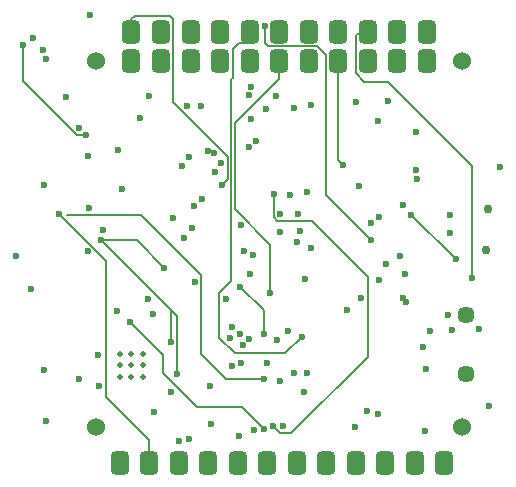
<source format=gbr>
%TF.GenerationSoftware,Altium Limited,Altium Designer,23.4.1 (23)*%
G04 Layer_Physical_Order=5*
G04 Layer_Color=6736896*
%FSLAX45Y45*%
%MOMM*%
%TF.SameCoordinates,2ABB9494-C5B4-4C01-9411-B7C80C6C87EF*%
%TF.FilePolarity,Positive*%
%TF.FileFunction,Copper,L5,Inr,Signal*%
%TF.Part,Single*%
G01*
G75*
%TA.AperFunction,Conductor*%
%ADD46C,0.15000*%
%TA.AperFunction,ViaPad*%
G04:AMPARAMS|DCode=47|XSize=1.524mm|YSize=2mm|CornerRadius=0.381mm|HoleSize=0mm|Usage=FLASHONLY|Rotation=0.000|XOffset=0mm|YOffset=0mm|HoleType=Round|Shape=RoundedRectangle|*
%AMROUNDEDRECTD47*
21,1,1.52400,1.23800,0,0,0.0*
21,1,0.76200,2.00000,0,0,0.0*
1,1,0.76200,0.38100,-0.61900*
1,1,0.76200,-0.38100,-0.61900*
1,1,0.76200,-0.38100,0.61900*
1,1,0.76200,0.38100,0.61900*
%
%ADD47ROUNDEDRECTD47*%
%TA.AperFunction,ComponentPad*%
%ADD48C,1.45000*%
%ADD49C,0.75000*%
%TA.AperFunction,ViaPad*%
%ADD50C,1.52400*%
%ADD51C,0.60000*%
%ADD52C,0.50000*%
D46*
X1086740Y1441304D02*
X1137540Y1390504D01*
X1658240Y3700400D02*
X1750000D01*
X2661540Y3776600D02*
X2749998D01*
X200001Y2249999D02*
X828605D01*
X1342442Y1736162D01*
Y1069798D02*
Y1736162D01*
Y1069798D02*
X1551560Y860680D01*
X1869060D01*
X1952880Y2227200D02*
Y2427860D01*
Y2227200D02*
X1980820Y2199260D01*
X2278000D01*
X2750440Y1726820D01*
Y1046100D02*
Y1726820D01*
X2102740Y398400D02*
X2750440Y1046100D01*
X2006220Y398400D02*
X2102740D01*
X1945260Y459360D02*
X2006220Y398400D01*
X2749998Y3776600D02*
Y3799998D01*
X2648840Y3763900D02*
X2661540Y3776600D01*
X2648840Y3446400D02*
Y3763900D01*
Y3446400D02*
X2717420Y3377820D01*
X2918080D01*
X3634360Y2661540D01*
Y1711580D02*
Y2661540D01*
X750002Y3799998D02*
Y3903600D01*
X780482Y3934080D01*
X1074040D01*
X1104520Y3903600D01*
Y3201214D02*
Y3903600D01*
Y3201214D02*
X1563422Y2742312D01*
Y2554022D02*
Y2742312D01*
X1513460Y2504060D02*
X1563422Y2554022D01*
X1869060Y1241680D02*
Y1442340D01*
X1670940Y1640460D02*
X1869060Y1442340D01*
X493884Y2034160D02*
X797180D01*
X1028320Y1803020D01*
X1750000Y3700400D02*
Y3799998D01*
X1607440Y3649600D02*
X1658240Y3700400D01*
X1607440Y3410840D02*
Y3649600D01*
X1595126Y3398526D02*
X1607440Y3410840D01*
X1595126Y1687430D02*
Y3398526D01*
X1493978Y1586282D02*
X1595126Y1687430D01*
X1493978Y1208467D02*
Y1586282D01*
Y1208467D02*
X1626703Y1075742D01*
X2048562D01*
X2191640Y1218820D01*
X1086740Y1170560D02*
Y1441304D01*
X493884Y2034160D02*
X1086740Y1441304D01*
X289683Y2923160D02*
X362840D01*
X-168020Y3380863D02*
X289683Y2923160D01*
X-168020Y3380863D02*
Y3685160D01*
X139320Y2257680D02*
X535560Y1861440D01*
Y710820D02*
Y1861440D01*
Y710820D02*
X899999Y346381D01*
Y149998D02*
Y346381D01*
X1137540Y900797D02*
Y1390504D01*
X1876680Y3700400D02*
Y3847720D01*
Y3700400D02*
X1902080Y3675000D01*
X2321180D01*
X2397380Y3598800D01*
Y2415160D02*
Y3598800D01*
Y2415160D02*
X2778380Y2034160D01*
X736997Y1345043D02*
X1015620Y1066420D01*
Y906400D02*
Y1066420D01*
Y906400D02*
X1302640Y619380D01*
X1686180D01*
X1871600Y433960D01*
X2500001Y2713859D02*
Y3550002D01*
Y2713859D02*
X2542160Y2671700D01*
X2000002Y3403220D02*
Y3550002D01*
X1625129Y3028346D02*
X2000002Y3403220D01*
X1625129Y2294855D02*
Y3028346D01*
Y2294855D02*
X1922400Y1997584D01*
Y1584580D02*
Y1997584D01*
X3119238Y2247022D02*
X3494660Y1871600D01*
D47*
X3250002Y3550002D02*
D03*
X3000000D02*
D03*
X2749998D02*
D03*
X2500001D02*
D03*
X2249999D02*
D03*
X2000002D02*
D03*
X1750000D02*
D03*
X1499998D02*
D03*
X1250001D02*
D03*
X899999Y149998D02*
D03*
X1650000D02*
D03*
X3399999D02*
D03*
X3150002D02*
D03*
X2900000D02*
D03*
X2649998D02*
D03*
X2400001D02*
D03*
X2149999D02*
D03*
X650002D02*
D03*
X1900002D02*
D03*
X1150001D02*
D03*
X1399998D02*
D03*
X750002Y3799998D02*
D03*
X999999D02*
D03*
X1250001D02*
D03*
X1499998D02*
D03*
X999999Y3550002D02*
D03*
X750002D02*
D03*
X2000002Y3799998D02*
D03*
X1750000D02*
D03*
X2249999D02*
D03*
X2500001D02*
D03*
X2749998D02*
D03*
X3000000D02*
D03*
X3250002D02*
D03*
D48*
X3579999Y899999D02*
D03*
Y1399998D02*
D03*
D49*
X3770001Y2300001D02*
D03*
X3750001Y1950000D02*
D03*
D50*
X450003Y3550002D02*
D03*
X3550002D02*
D03*
Y450003D02*
D03*
X450003D02*
D03*
D51*
X472060Y799720D02*
D03*
X1422020Y474600D02*
D03*
X1180720Y2659838D02*
D03*
X1335660Y3172080D02*
D03*
X380178Y2749998D02*
D03*
X3448940Y2093916D02*
D03*
X2572640Y1444880D02*
D03*
X24802Y500000D02*
D03*
X1676020Y2161160D02*
D03*
X1975740Y3253360D02*
D03*
X1899540Y997840D02*
D03*
X1658240Y375540D02*
D03*
X1277240Y2321180D02*
D03*
X931800Y1411860D02*
D03*
X2029080Y459360D02*
D03*
X2074800Y1264337D02*
D03*
X2239900Y2440560D02*
D03*
X1758910Y3334640D02*
D03*
X1869060Y860680D02*
D03*
X388240Y2303400D02*
D03*
X1239140Y2737740D02*
D03*
X1952880Y2427860D02*
D03*
X1945260Y459360D02*
D03*
X3634360Y1711580D02*
D03*
X12320Y2501520D02*
D03*
X2006220Y2104726D02*
D03*
X3690240Y1279998D02*
D03*
X3466502Y1272160D02*
D03*
X2643760Y450003D02*
D03*
X2178940Y2115440D02*
D03*
X378080Y1942720D02*
D03*
X1452500Y2768936D02*
D03*
X3166177Y2552320D02*
D03*
X1401700Y2791080D02*
D03*
X1750158Y1744122D02*
D03*
X2778380Y2176400D02*
D03*
X2127302Y909062D02*
D03*
X3494660Y1871600D02*
D03*
X1597280Y1300100D02*
D03*
X1546480Y1533780D02*
D03*
X1460120Y2610740D02*
D03*
X1513460Y2504060D02*
D03*
X1869060Y1241680D02*
D03*
X1670940Y1640460D02*
D03*
X3220340Y1127380D02*
D03*
X1780160Y1907160D02*
D03*
X2650064Y3206080D02*
D03*
X3428620Y1399160D02*
D03*
X1701420Y1942720D02*
D03*
X493884Y2034160D02*
D03*
X1028320Y1803020D02*
D03*
X2847554Y2234104D02*
D03*
X634620Y2801240D02*
D03*
X1264540Y2140840D02*
D03*
X1886840Y3149220D02*
D03*
X2006220Y2257680D02*
D03*
X2005666Y2104726D02*
D03*
X2267840Y3182240D02*
D03*
X2697100Y1541400D02*
D03*
X2148460Y2018920D02*
D03*
X2156080Y2252600D02*
D03*
X2095120Y2415160D02*
D03*
X1350900Y2384680D02*
D03*
X2191640Y1218820D02*
D03*
X1743762Y3260142D02*
D03*
X1086740Y1170560D02*
D03*
X1234060Y347600D02*
D03*
X464440Y1061340D02*
D03*
X362840Y2923160D02*
D03*
X-168020Y3685160D02*
D03*
X820040Y3070480D02*
D03*
X1790320Y431420D02*
D03*
X1747140Y1195960D02*
D03*
X672720Y2468500D02*
D03*
X1766190Y3064130D02*
D03*
X1666673Y1244322D02*
D03*
X-86740Y3743580D02*
D03*
X2836800Y566040D02*
D03*
X2006962Y842900D02*
D03*
X139320Y2257680D02*
D03*
X27560Y3570860D02*
D03*
X395860Y3939160D02*
D03*
X2849200Y1694120D02*
D03*
X1193420Y2051940D02*
D03*
X1604900Y972440D02*
D03*
X2742820Y591440D02*
D03*
X1137540Y900797D02*
D03*
X1510920Y2686940D02*
D03*
X3159380Y2630201D02*
D03*
X1098424Y2223075D02*
D03*
X3448940Y2244980D02*
D03*
X3159380Y2951100D02*
D03*
X3045080Y1541400D02*
D03*
X3078100Y1510920D02*
D03*
X1081660Y748920D02*
D03*
X3065400Y1747140D02*
D03*
X2267840Y1965580D02*
D03*
X2679320Y2491360D02*
D03*
X2129898Y3150002D02*
D03*
X2834260Y3040000D02*
D03*
X3019680Y1904620D02*
D03*
X2234820Y914020D02*
D03*
X2907920Y1836040D02*
D03*
X1876680Y3847720D02*
D03*
X2778380Y2034160D02*
D03*
X1742060Y2826640D02*
D03*
X4700Y3647060D02*
D03*
X1582040Y1206958D02*
D03*
X736997Y1345043D02*
D03*
X1871600Y433960D02*
D03*
X625004Y1437260D02*
D03*
X1691260Y1145160D02*
D03*
X2219580Y1703960D02*
D03*
X1289940Y1681100D02*
D03*
X-228980Y1900800D02*
D03*
X901320Y3255900D02*
D03*
X9780Y931800D02*
D03*
X197740Y3250820D02*
D03*
X309500Y858140D02*
D03*
Y2981580D02*
D03*
X2542160Y2671700D02*
D03*
X1922400Y1584580D02*
D03*
X-104520Y1617600D02*
D03*
X1222899Y3169540D02*
D03*
X1803020Y2877333D02*
D03*
X3245740Y944500D02*
D03*
X3874019Y2656724D02*
D03*
X3119238Y2247022D02*
D03*
X505080Y2123060D02*
D03*
X944500Y578740D02*
D03*
X886080Y1533780D02*
D03*
X1150001Y337440D02*
D03*
X1985900Y1188340D02*
D03*
X3774060Y634620D02*
D03*
X1414400Y797180D02*
D03*
X3050003Y2331000D02*
D03*
X1678560Y997840D02*
D03*
X3281300Y1269620D02*
D03*
X2918080Y3215260D02*
D03*
X2211960Y746380D02*
D03*
X3235580Y416180D02*
D03*
D52*
X850002Y875001D02*
D03*
X750002D02*
D03*
X650002D02*
D03*
X850002Y975000D02*
D03*
X750002D02*
D03*
X650002D02*
D03*
X850002Y1075000D02*
D03*
X750002D02*
D03*
X650002D02*
D03*
%TF.MD5,13b9c265216a4216ee88c08877f5673c*%
M02*

</source>
